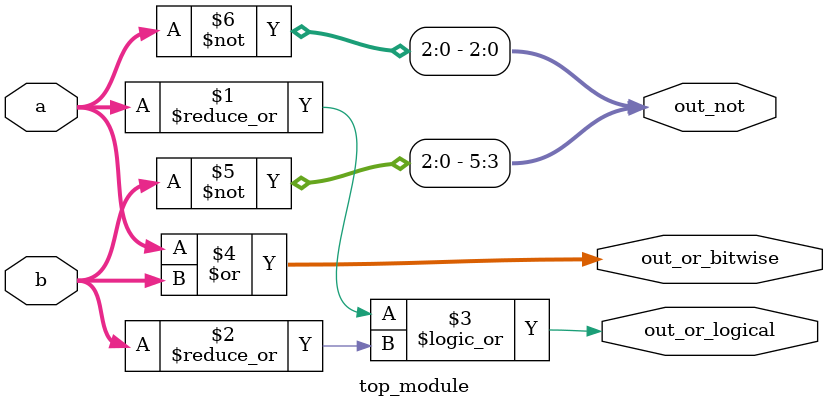
<source format=v>
module top_module( 
    input [2:0] a,
    input [2:0] b,
    output [2:0] out_or_bitwise,
    output out_or_logical,
    output [5:0] out_not
);
    assign out_or_logical =|a || |b;
    assign out_or_bitwise =a[2:0] | b[2:0];
    assign out_not[5:3]=~b[2:0];
    assign out_not[2:0]=~a[2:0];
endmodule

</source>
